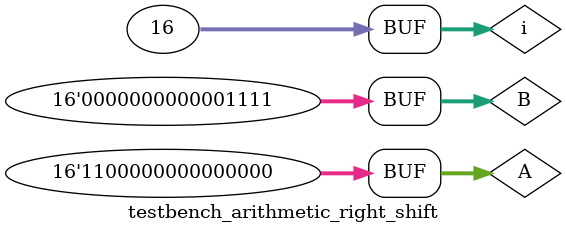
<source format=v>
`timescale 1ns / 1ps


module testbench_arithmetic_right_shift;

reg [15:0] A;
reg [15:0] B;
wire [15:0] Y;
wire overflow;

arithmetic_right_shift uut (
    .A(A),
    .B(B),
    .Y(Y),
    .overflow(overflow)
);

integer i;

initial begin
    A = 16'b1100000000000000;
    for (i = 0; i < 16; i = i + 1)
    begin
        B = i;
        #25;
    end
end

endmodule

</source>
